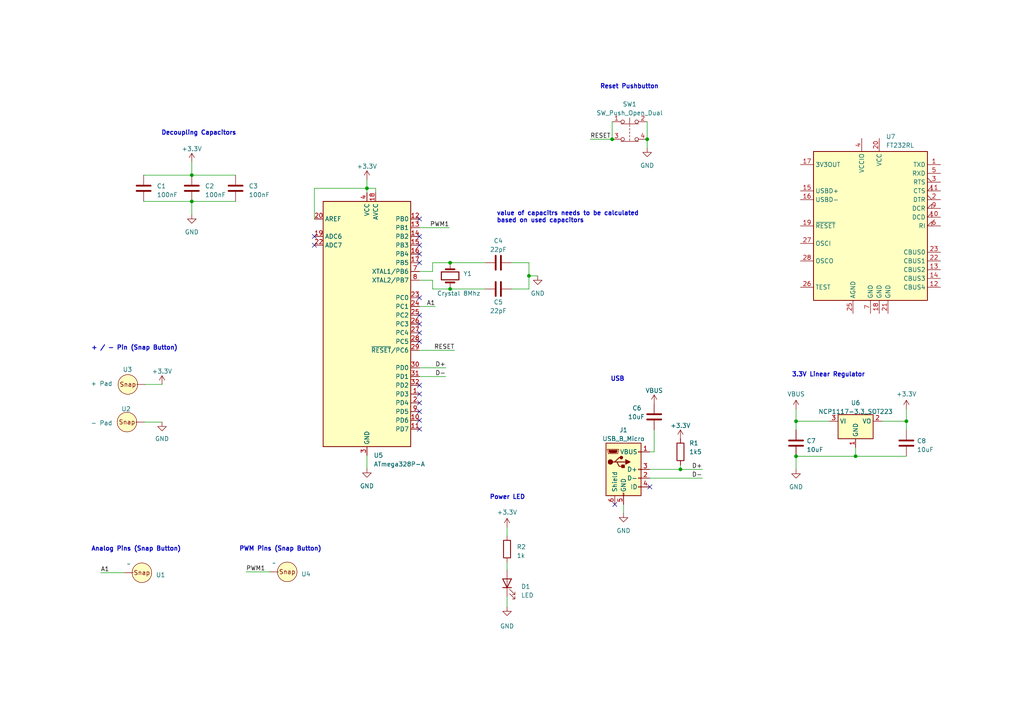
<source format=kicad_sch>
(kicad_sch (version 20230121) (generator eeschema)
  (paper "A4")
  (lib_symbols
    (symbol "1_custom_library:Snap_10mm"
      (property "Reference" "U" (at 0 -3.81 0))
      (symbol "Snap_10mm_1_1"
        (circle (center 3.81 -2.54) (radius 2.8398) (fill (type background)))
        (text "Snap\n" (at 3.81 -2.54 0) (effects (font (size 1.27 1.27))))
        (pin input line (at -1.27 -2.54 0) (length 2.54) (name "") (number ""))
      )
    )
    (symbol "Connector:USB_B_Micro" (pin_names (offset 1.016))
      (property "Reference" "J" (at -5.08 11.43 0))
      (property "Value" "USB_B_Micro" (at -5.08 8.89 0))
      (symbol "USB_B_Micro_0_1"
        (rectangle (start -5.08 -7.62) (end 5.08 7.62) (stroke (width 0.254)) (fill (type background)))
        (circle (center -3.81 2.159) (radius 0.635) (stroke (width 0.254)) (fill (type outline)))
        (circle (center -0.635 3.429) (radius 0.381) (stroke (width 0.254)) (fill (type outline)))
        (rectangle (start -0.127 -7.62) (end 0.127 -6.858))
        (polyline (pts (xy -1.905 2.159) (xy 0.635 2.159)) (stroke (width 0.254)))
        (polyline (pts (xy -3.175 2.159) (xy -2.54 2.159) (xy -1.27 3.429) (xy -0.635 3.429)) (stroke (width 0.254)))
        (polyline (pts (xy -2.54 2.159) (xy -1.905 2.159) (xy -1.27 0.889) (xy 0 0.889)) (stroke (width 0.254)))
        (polyline (pts (xy 0.635 2.794) (xy 0.635 1.524) (xy 1.905 2.159) (xy 0.635 2.794)) (stroke (width 0.254)) (fill (type outline)))
        (polyline (pts (xy -4.318 5.588) (xy -1.778 5.588) (xy -2.032 4.826) (xy -4.064 4.826) (xy -4.318 5.588)) (fill (type outline)))
        (polyline (pts (xy -4.699 5.842) (xy -4.699 5.588) (xy -4.445 4.826) (xy -4.445 4.572) (xy -1.651 4.572) (xy -1.651 4.826) (xy -1.397 5.588) (xy -1.397 5.842) (xy -4.699 5.842)))
        (rectangle (start 0.254 1.27) (end -0.508 0.508) (stroke (width 0.254)) (fill (type outline)))
        (rectangle (start 5.08 -5.207) (end 4.318 -4.953))
        (rectangle (start 5.08 -2.667) (end 4.318 -2.413))
        (rectangle (start 5.08 -0.127) (end 4.318 0.127))
        (rectangle (start 5.08 4.953) (end 4.318 5.207))
      )
      (symbol "USB_B_Micro_1_1"
        (pin power_out line (at 7.62 5.08 180) (length 2.54) (name "VBUS") (number "1"))
        (pin bidirectional line (at 7.62 -2.54 180) (length 2.54) (name "D-") (number "2"))
        (pin bidirectional line (at 7.62 0 180) (length 2.54) (name "D+") (number "3"))
        (pin passive line (at 7.62 -5.08 180) (length 2.54) (name "ID") (number "4"))
        (pin power_out line (at 0 -10.16 90) (length 2.54) (name "GND") (number "5"))
        (pin passive line (at -2.54 -10.16 90) (length 2.54) (name "Shield") (number "6"))
      )
    )
    (symbol "Device:C" (pin_numbers hide) (pin_names (offset 0.254))
      (property "Reference" "C" (at 0.635 2.54 0))
      (property "Value" "C" (at 0.635 -2.54 0))
      (symbol "C_0_1"
        (polyline (pts (xy -2.032 -0.762) (xy 2.032 -0.762)) (stroke (width 0.508)))
        (polyline (pts (xy -2.032 0.762) (xy 2.032 0.762)) (stroke (width 0.508)))
      )
      (symbol "C_1_1"
        (pin passive line (at 0 3.81 270) (length 2.794) (name "~") (number "1"))
        (pin passive line (at 0 -3.81 90) (length 2.794) (name "~") (number "2"))
      )
    )
    (symbol "Device:Crystal" (pin_numbers hide) (pin_names (offset 1.016) hide)
      (property "Reference" "Y" (at 0 3.81 0))
      (property "Value" "Crystal" (at 0 -3.81 0))
      (symbol "Crystal_0_1"
        (rectangle (start -1.143 2.54) (end 1.143 -2.54) (stroke (width 0.3048)))
        (polyline (pts (xy -2.54 0) (xy -1.905 0)))
        (polyline (pts (xy -1.905 -1.27) (xy -1.905 1.27)) (stroke (width 0.508)))
        (polyline (pts (xy 1.905 -1.27) (xy 1.905 1.27)) (stroke (width 0.508)))
        (polyline (pts (xy 2.54 0) (xy 1.905 0)))
      )
      (symbol "Crystal_1_1"
        (pin passive line (at -3.81 0 0) (length 1.27) (name "1") (number "1"))
        (pin passive line (at 3.81 0 180) (length 1.27) (name "2") (number "2"))
      )
    )
    (symbol "Device:LED" (pin_numbers hide) (pin_names (offset 1.016) hide)
      (property "Reference" "D" (at 0 2.54 0))
      (property "Value" "LED" (at 0 -2.54 0))
      (symbol "LED_0_1"
        (polyline (pts (xy -1.27 -1.27) (xy -1.27 1.27)) (stroke (width 0.254)))
        (polyline (pts (xy -1.27 0) (xy 1.27 0)))
        (polyline (pts (xy 1.27 -1.27) (xy 1.27 1.27) (xy -1.27 0) (xy 1.27 -1.27)) (stroke (width 0.254)))
        (polyline (pts (xy -3.048 -0.762) (xy -4.572 -2.286) (xy -3.81 -2.286) (xy -4.572 -2.286) (xy -4.572 -1.524)))
        (polyline (pts (xy -1.778 -0.762) (xy -3.302 -2.286) (xy -2.54 -2.286) (xy -3.302 -2.286) (xy -3.302 -1.524)))
      )
      (symbol "LED_1_1"
        (pin passive line (at -3.81 0 0) (length 2.54) (name "K") (number "1"))
        (pin passive line (at 3.81 0 180) (length 2.54) (name "A") (number "2"))
      )
    )
    (symbol "Device:R" (pin_numbers hide) (pin_names (offset 0))
      (property "Reference" "R" (at 2.032 0 90))
      (property "Value" "R" (at 0 0 90))
      (symbol "R_0_1"
        (rectangle (start -1.016 -2.54) (end 1.016 2.54) (stroke (width 0.254)))
      )
      (symbol "R_1_1"
        (pin passive line (at 0 3.81 270) (length 1.27) (name "~") (number "1"))
        (pin passive line (at 0 -3.81 90) (length 1.27) (name "~") (number "2"))
      )
    )
    (symbol "Interface_USB:FT232RL"
      (property "Reference" "U" (at -16.51 22.86 0))
      (property "Value" "FT232RL" (at 10.16 22.86 0))
      (symbol "FT232RL_0_1"
        (rectangle (start -16.51 21.59) (end 16.51 -21.59) (stroke (width 0.254)) (fill (type background)))
      )
      (symbol "FT232RL_1_1"
        (pin output line (at 20.32 17.78 180) (length 3.81) (name "TXD") (number "1"))
        (pin input input_low (at 20.32 2.54 180) (length 3.81) (name "DCD") (number "10"))
        (pin input input_low (at 20.32 10.16 180) (length 3.81) (name "CTS") (number "11"))
        (pin bidirectional line (at 20.32 -17.78 180) (length 3.81) (name "CBUS4") (number "12"))
        (pin bidirectional line (at 20.32 -12.7 180) (length 3.81) (name "CBUS2") (number "13"))
        (pin bidirectional line (at 20.32 -15.24 180) (length 3.81) (name "CBUS3") (number "14"))
        (pin bidirectional line (at -20.32 10.16 0) (length 3.81) (name "USBD+") (number "15"))
        (pin bidirectional line (at -20.32 7.62 0) (length 3.81) (name "USBD-") (number "16"))
        (pin power_out line (at -20.32 17.78 0) (length 3.81) (name "3V3OUT") (number "17"))
        (pin power_in line (at 2.54 -25.4 90) (length 3.81) (name "GND") (number "18"))
        (pin input line (at -20.32 0 0) (length 3.81) (name "~{RESET}") (number "19"))
        (pin output output_low (at 20.32 7.62 180) (length 3.81) (name "DTR") (number "2"))
        (pin power_in line (at 2.54 25.4 270) (length 3.81) (name "VCC") (number "20"))
        (pin power_in line (at 5.08 -25.4 90) (length 3.81) (name "GND") (number "21"))
        (pin bidirectional line (at 20.32 -10.16 180) (length 3.81) (name "CBUS1") (number "22"))
        (pin bidirectional line (at 20.32 -7.62 180) (length 3.81) (name "CBUS0") (number "23"))
        (pin power_in line (at -5.08 -25.4 90) (length 3.81) (name "AGND") (number "25"))
        (pin input line (at -20.32 -17.78 0) (length 3.81) (name "TEST") (number "26"))
        (pin input line (at -20.32 -5.08 0) (length 3.81) (name "OSCI") (number "27"))
        (pin output line (at -20.32 -10.16 0) (length 3.81) (name "OSCO") (number "28"))
        (pin output output_low (at 20.32 12.7 180) (length 3.81) (name "RTS") (number "3"))
        (pin power_in line (at -2.54 25.4 270) (length 3.81) (name "VCCIO") (number "4"))
        (pin input line (at 20.32 15.24 180) (length 3.81) (name "RXD") (number "5"))
        (pin input input_low (at 20.32 0 180) (length 3.81) (name "RI") (number "6"))
        (pin power_in line (at 0 -25.4 90) (length 3.81) (name "GND") (number "7"))
        (pin input input_low (at 20.32 5.08 180) (length 3.81) (name "DCR") (number "9"))
      )
    )
    (symbol "MCU_Microchip_ATmega:ATmega328P-A"
      (property "Reference" "U" (at -12.7 36.83 0))
      (property "Value" "ATmega328P-A" (at 2.54 -36.83 0))
      (symbol "ATmega328P-A_0_1"
        (rectangle (start -12.7 -35.56) (end 12.7 35.56) (stroke (width 0.254)) (fill (type background)))
      )
      (symbol "ATmega328P-A_1_1"
        (pin bidirectional line (at 15.24 -20.32 180) (length 2.54) (name "PD3") (number "1"))
        (pin bidirectional line (at 15.24 -27.94 180) (length 2.54) (name "PD6") (number "10"))
        (pin bidirectional line (at 15.24 -30.48 180) (length 2.54) (name "PD7") (number "11"))
        (pin bidirectional line (at 15.24 30.48 180) (length 2.54) (name "PB0") (number "12"))
        (pin bidirectional line (at 15.24 27.94 180) (length 2.54) (name "PB1") (number "13"))
        (pin bidirectional line (at 15.24 25.4 180) (length 2.54) (name "PB2") (number "14"))
        (pin bidirectional line (at 15.24 22.86 180) (length 2.54) (name "PB3") (number "15"))
        (pin bidirectional line (at 15.24 20.32 180) (length 2.54) (name "PB4") (number "16"))
        (pin bidirectional line (at 15.24 17.78 180) (length 2.54) (name "PB5") (number "17"))
        (pin power_in line (at 2.54 38.1 270) (length 2.54) (name "AVCC") (number "18"))
        (pin input line (at -15.24 25.4 0) (length 2.54) (name "ADC6") (number "19"))
        (pin bidirectional line (at 15.24 -22.86 180) (length 2.54) (name "PD4") (number "2"))
        (pin passive line (at -15.24 30.48 0) (length 2.54) (name "AREF") (number "20"))
        (pin passive line (at 0 -38.1 90) (length 2.54) hide (name "GND") (number "21"))
        (pin input line (at -15.24 22.86 0) (length 2.54) (name "ADC7") (number "22"))
        (pin bidirectional line (at 15.24 7.62 180) (length 2.54) (name "PC0") (number "23"))
        (pin bidirectional line (at 15.24 5.08 180) (length 2.54) (name "PC1") (number "24"))
        (pin bidirectional line (at 15.24 2.54 180) (length 2.54) (name "PC2") (number "25"))
        (pin bidirectional line (at 15.24 0 180) (length 2.54) (name "PC3") (number "26"))
        (pin bidirectional line (at 15.24 -2.54 180) (length 2.54) (name "PC4") (number "27"))
        (pin bidirectional line (at 15.24 -5.08 180) (length 2.54) (name "PC5") (number "28"))
        (pin bidirectional line (at 15.24 -7.62 180) (length 2.54) (name "~{RESET}/PC6") (number "29"))
        (pin power_in line (at 0 -38.1 90) (length 2.54) (name "GND") (number "3"))
        (pin bidirectional line (at 15.24 -12.7 180) (length 2.54) (name "PD0") (number "30"))
        (pin bidirectional line (at 15.24 -15.24 180) (length 2.54) (name "PD1") (number "31"))
        (pin bidirectional line (at 15.24 -17.78 180) (length 2.54) (name "PD2") (number "32"))
        (pin power_in line (at 0 38.1 270) (length 2.54) (name "VCC") (number "4"))
        (pin passive line (at 0 -38.1 90) (length 2.54) hide (name "GND") (number "5"))
        (pin passive line (at 0 38.1 270) (length 2.54) hide (name "VCC") (number "6"))
        (pin bidirectional line (at 15.24 15.24 180) (length 2.54) (name "XTAL1/PB6") (number "7"))
        (pin bidirectional line (at 15.24 12.7 180) (length 2.54) (name "XTAL2/PB7") (number "8"))
        (pin bidirectional line (at 15.24 -25.4 180) (length 2.54) (name "PD5") (number "9"))
      )
    )
    (symbol "Regulator_Linear:NCP1117-3.3_SOT223"
      (property "Reference" "U" (at -3.81 3.175 0))
      (property "Value" "NCP1117-3.3_SOT223" (at 0 3.175 0))
      (symbol "NCP1117-3.3_SOT223_0_1"
        (rectangle (start -5.08 -5.08) (end 5.08 1.905) (stroke (width 0.254)) (fill (type background)))
      )
      (symbol "NCP1117-3.3_SOT223_1_1"
        (pin power_in line (at 0 -7.62 90) (length 2.54) (name "GND") (number "1"))
        (pin power_out line (at 7.62 0 180) (length 2.54) (name "VO") (number "2"))
        (pin power_in line (at -7.62 0 0) (length 2.54) (name "VI") (number "3"))
      )
    )
    (symbol "Switch:SW_Push_Open_Dual" (pin_names (offset 1.016) hide)
      (property "Reference" "SW" (at 1.27 2.54 0))
      (property "Value" "SW_Push_Open_Dual" (at 0 -6.985 0))
      (symbol "SW_Push_Open_Dual_0_1"
        (circle (center -2.032 -5.08) (radius 0.508))
        (circle (center -2.032 0) (radius 0.508))
        (polyline (pts (xy 0 -4.953) (xy 0 -5.461)))
        (polyline (pts (xy 0 -3.937) (xy 0 -4.445)))
        (polyline (pts (xy 0 -3.429) (xy 0 -2.921)))
        (polyline (pts (xy 0 -2.413) (xy 0 -1.905)))
        (polyline (pts (xy 0 -1.397) (xy 0 -0.889)))
        (polyline (pts (xy 0 -0.635) (xy 0 1.143)))
        (polyline (pts (xy 2.54 -5.715) (xy -2.54 -5.715)))
        (polyline (pts (xy 2.54 -0.635) (xy -2.54 -0.635)))
        (circle (center 2.032 -5.08) (radius 0.508))
        (circle (center 2.032 0) (radius 0.508))
        (pin passive line (at -5.08 0 0) (length 2.54) (name "1") (number "1"))
        (pin passive line (at 5.08 0 180) (length 2.54) (name "2") (number "2"))
        (pin passive line (at -5.08 -5.08 0) (length 2.54) (name "3") (number "3"))
        (pin passive line (at 5.08 -5.08 180) (length 2.54) (name "4") (number "4"))
      )
    )
    (symbol "power:+3.3V" (power) (pin_names (offset 0))
      (property "Value" "+3.3V" (at 0 3.556 0))
      (symbol "+3.3V_0_1"
        (polyline (pts (xy -0.762 1.27) (xy 0 2.54)))
        (polyline (pts (xy 0 0) (xy 0 2.54)))
        (polyline (pts (xy 0 2.54) (xy 0.762 1.27)))
      )
      (symbol "+3.3V_1_1"
        (pin power_in line (at 0 0 90) (length 0) hide (name "+3.3V") (number "1"))
      )
    )
    (symbol "power:GND" (power) (pin_names (offset 0))
      (property "Value" "GND" (at 0 -3.81 0))
      (symbol "GND_0_1"
        (polyline (pts (xy 0 0) (xy 0 -1.27) (xy 1.27 -1.27) (xy 0 -2.54) (xy -1.27 -1.27) (xy 0 -1.27)))
      )
      (symbol "GND_1_1"
        (pin power_in line (at 0 0 270) (length 0) hide (name "GND") (number "1"))
      )
    )
    (symbol "power:VBUS" (power) (pin_names (offset 0))
      (property "Value" "VBUS" (at 0 3.81 0))
      (symbol "VBUS_0_1"
        (polyline (pts (xy -0.762 1.27) (xy 0 2.54)))
        (polyline (pts (xy 0 0) (xy 0 2.54)))
        (polyline (pts (xy 0 2.54) (xy 0.762 1.27)))
      )
      (symbol "VBUS_1_1"
        (pin power_in line (at 0 0 90) (length 0) hide (name "VBUS") (number "1"))
      )
    )
  )
  (junction (at 106.426 54.61))
  (junction (at 153.416 80.01))
  (junction (at 130.556 76.2))
  (junction (at 230.886 132.334))
  (junction (at 197.358 136.144))
  (junction (at 55.626 50.8))
  (junction (at 230.886 122.174))
  (junction (at 248.158 132.334))
  (junction (at 262.89 122.174))
  (junction (at 177.546 40.386))
  (junction (at 187.706 40.386))
  (junction (at 130.556 83.82))
  (junction (at 55.626 58.42))
  (no_connect (at 188.468 141.224))
  (no_connect (at 91.186 71.12))
  (no_connect (at 121.666 116.84))
  (no_connect (at 121.666 121.92))
  (no_connect (at 121.666 114.3))
  (no_connect (at 121.666 111.76))
  (no_connect (at 121.666 99.06))
  (no_connect (at 91.186 68.58))
  (no_connect (at 121.666 93.98))
  (no_connect (at 121.666 63.5))
  (no_connect (at 121.666 124.46))
  (no_connect (at 121.666 96.52))
  (no_connect (at 121.666 91.44))
  (no_connect (at 121.666 73.66))
  (no_connect (at 121.666 68.58))
  (no_connect (at 121.666 76.2))
  (no_connect (at 121.666 119.38))
  (no_connect (at 121.666 71.12))
  (no_connect (at 121.666 86.36))
  (no_connect (at 178.308 146.304))
  (wire (pts (xy 230.886 122.174) (xy 230.886 124.714)))
  (wire (pts (xy 153.416 76.2) (xy 153.416 80.01)))
  (wire (pts (xy 55.626 58.42) (xy 55.626 62.23)))
  (wire (pts (xy 106.426 132.08) (xy 106.426 135.89)))
  (wire (pts (xy 230.886 132.334) (xy 248.158 132.334)))
  (wire (pts (xy 187.706 40.386) (xy 187.706 42.926)))
  (wire (pts (xy 91.186 54.61) (xy 106.426 54.61)))
  (wire (pts (xy 262.89 118.618) (xy 262.89 122.174)))
  (wire (pts (xy 125.476 81.28) (xy 125.476 83.82)))
  (wire (pts (xy 180.848 146.304) (xy 180.848 148.844)))
  (wire (pts (xy 29.21 166.116) (xy 36.068 166.116)))
  (wire (pts (xy 148.336 83.82) (xy 153.416 83.82)))
  (wire (pts (xy 125.476 78.74) (xy 125.476 76.2)))
  (wire (pts (xy 121.666 109.22) (xy 129.286 109.22)))
  (wire (pts (xy 148.336 76.2) (xy 153.416 76.2)))
  (wire (pts (xy 42.164 111.506) (xy 46.99 111.506)))
  (wire (pts (xy 171.196 40.386) (xy 177.546 40.386)))
  (wire (pts (xy 240.538 122.174) (xy 230.886 122.174)))
  (wire (pts (xy 121.666 66.04) (xy 130.302 66.04)))
  (wire (pts (xy 55.626 46.99) (xy 55.626 50.8)))
  (wire (pts (xy 230.886 132.334) (xy 230.886 136.144)))
  (wire (pts (xy 41.656 58.42) (xy 55.626 58.42)))
  (wire (pts (xy 91.186 63.5) (xy 91.186 54.61)))
  (wire (pts (xy 125.476 76.2) (xy 130.556 76.2)))
  (wire (pts (xy 71.374 165.862) (xy 78.232 165.862)))
  (wire (pts (xy 248.158 129.794) (xy 248.158 132.334)))
  (wire (pts (xy 255.778 122.174) (xy 262.89 122.174)))
  (wire (pts (xy 41.91 122.428) (xy 46.99 122.428)))
  (wire (pts (xy 188.468 138.684) (xy 203.708 138.684)))
  (wire (pts (xy 121.666 101.6) (xy 131.826 101.6)))
  (wire (pts (xy 121.666 88.9) (xy 126.238 88.9)))
  (wire (pts (xy 130.556 83.82) (xy 140.716 83.82)))
  (wire (pts (xy 147.066 172.974) (xy 147.066 176.022)))
  (wire (pts (xy 187.706 35.306) (xy 187.706 40.386)))
  (wire (pts (xy 108.966 54.61) (xy 106.426 54.61)))
  (wire (pts (xy 230.886 118.618) (xy 230.886 122.174)))
  (wire (pts (xy 106.426 54.61) (xy 106.426 55.88)))
  (wire (pts (xy 106.426 52.07) (xy 106.426 54.61)))
  (wire (pts (xy 262.89 132.334) (xy 248.158 132.334)))
  (wire (pts (xy 121.666 106.68) (xy 129.286 106.68)))
  (wire (pts (xy 41.656 50.8) (xy 55.626 50.8)))
  (wire (pts (xy 147.066 152.908) (xy 147.066 155.448)))
  (wire (pts (xy 121.666 81.28) (xy 125.476 81.28)))
  (wire (pts (xy 188.468 136.144) (xy 197.358 136.144)))
  (wire (pts (xy 55.626 58.42) (xy 68.326 58.42)))
  (wire (pts (xy 130.556 76.2) (xy 140.716 76.2)))
  (wire (pts (xy 55.626 50.8) (xy 68.326 50.8)))
  (wire (pts (xy 121.666 78.74) (xy 125.476 78.74)))
  (wire (pts (xy 108.966 55.88) (xy 108.966 54.61)))
  (wire (pts (xy 147.066 163.068) (xy 147.066 165.354)))
  (wire (pts (xy 189.738 131.064) (xy 188.468 131.064)))
  (wire (pts (xy 153.416 80.01) (xy 155.956 80.01)))
  (wire (pts (xy 177.546 35.306) (xy 177.546 40.386)))
  (wire (pts (xy 153.416 83.82) (xy 153.416 80.01)))
  (wire (pts (xy 197.358 136.144) (xy 203.708 136.144)))
  (wire (pts (xy 197.358 134.874) (xy 197.358 136.144)))
  (wire (pts (xy 189.738 124.714) (xy 189.738 131.064)))
  (wire (pts (xy 262.89 122.174) (xy 262.89 124.714)))
  (wire (pts (xy 125.476 83.82) (xy 130.556 83.82)))
  (text "3.3V Linear Regulator " (at 229.616 109.474 0) (effects (font (size 1.27 1.27) (thickness 0.254) bold) (justify left bottom)))
  (text "Reset Pushbutton\n" (at 173.99 25.908 0) (effects (font (size 1.27 1.27) (thickness 0.254) bold) (justify left bottom)))
  (text "Analog Pins (Snap Button)\n" (at 26.416 160.02 0) (effects (font (size 1.27 1.27) (thickness 0.254) bold) (justify left bottom)))
  (text "value of capacitrs needs to be calculated\nbased on used capacitors\n\n" (at 144.018 66.802 0) (effects (font (size 1.27 1.27) bold) (justify left bottom)))
  (text "PWM Pins (Snap Button)\n\n" (at 69.342 162.052 0) (effects (font (size 1.27 1.27) (thickness 0.254) bold) (justify left bottom)))
  (text "Decoupling Capacitors\n" (at 46.736 39.37 0) (effects (font (size 1.27 1.27) (thickness 0.254) bold) (justify left bottom)))
  (text "+ / - Pin (Snap Button)" (at 26.416 101.727 0) (effects (font (size 1.27 1.27) bold) (justify left bottom)))
  (text "USB\n" (at 177.038 110.744 0) (effects (font (size 1.27 1.27) (thickness 0.254) bold) (justify left bottom)))
  (text "Power LED\n" (at 141.986 145.034 0) (effects (font (size 1.27 1.27) (thickness 0.254) bold) (justify left bottom)))
  (label "A1" (at 126.238 88.9 180))
  (label "PWM1" (at 130.302 66.04 180))
  (label "D-" (at 129.286 109.22 180))
  (label "RESET" (at 171.196 40.386 0))
  (label "PWM1" (at 71.374 165.862 0))
  (label "D+" (at 129.286 106.68 180))
  (label "RESET" (at 131.826 101.6 180))
  (label "D-" (at 203.708 138.684 180))
  (label "A1" (at 29.21 166.116 0))
  (label "D+" (at 203.708 136.144 180))
  (symbol (lib_id "Device:C") (at 55.626 54.61 0) (unit 1)
    (property "Reference" "C2" (at 59.436 53.975 0) (effects (justify left)))
    (property "Value" "100nF" (at 59.436 56.515 0) (effects (justify left)))
  )
  (symbol (lib_id "Device:C") (at 144.526 76.2 90) (unit 1)
    (property "Reference" "C4" (at 144.526 69.85 90))
    (property "Value" "22pF" (at 144.526 72.39 90))
  )
  (symbol (lib_id "power:+3.3V") (at 197.358 127.254 0) (unit 1)
    (property "Reference" "#PWR010" (effects hide))
    (property "Value" "+3.3V" (at 197.358 123.444 0))
  )
  (symbol (lib_id "power:GND") (at 155.956 80.01 0) (unit 1)
    (property "Reference" "#PWR07" (effects hide))
    (property "Value" "GND" (at 155.956 85.09 0))
  )
  (symbol (lib_id "1_custom_library:Snap_10mm") (at 37.338 163.576 0) (unit 1)
    (property "Reference" "U1" (at 45.212 166.751 0) (effects (justify left)))
    (property "Value" "~" (at 37.338 163.576 0))
  )
  (symbol (lib_id "power:VBUS") (at 189.738 117.094 0) (unit 1)
    (property "Reference" "#PWR09" (effects hide))
    (property "Value" "VBUS" (at 189.738 113.284 0))
  )
  (symbol (lib_id "Device:C") (at 189.738 120.904 0) (unit 1)
    (property "Reference" "C6" (at 183.388 118.364 0) (effects (justify left)))
    (property "Value" "10uF" (at 182.118 120.904 0) (effects (justify left)))
  )
  (symbol (lib_id "Device:C") (at 144.526 83.82 90) (unit 1)
    (property "Reference" "C5" (at 144.526 87.63 90))
    (property "Value" "22pF" (at 144.526 90.17 90))
  )
  (symbol (lib_id "power:GND") (at 187.706 42.926 0) (unit 1)
    (property "Reference" "#PWR011" (effects hide))
    (property "Value" "GND" (at 187.706 48.006 0))
  )
  (symbol (lib_id "power:GND") (at 147.066 176.022 0) (unit 1)
    (property "Reference" "#PWR016" (effects hide))
    (property "Value" "GND" (at 147.066 181.61 0))
  )
  (symbol (lib_id "1_custom_library:Snap_10mm") (at 79.502 163.322 0) (unit 1)
    (property "Reference" "U4" (at 87.376 166.497 0) (effects (justify left)))
    (property "Value" "~" (at 79.502 163.322 0))
  )
  (symbol (lib_id "power:GND") (at 180.848 148.844 0) (unit 1)
    (property "Reference" "#PWR08" (effects hide))
    (property "Value" "GND" (at 180.848 153.924 0))
  )
  (symbol (lib_id "Device:C") (at 230.886 128.524 0) (unit 1)
    (property "Reference" "C7" (at 233.934 127.889 0) (effects (justify left)))
    (property "Value" "10uF" (at 233.934 130.429 0) (effects (justify left)))
  )
  (symbol (lib_id "Interface_USB:FT232RL") (at 252.476 65.532 0) (unit 1)
    (property "Reference" "U7" (at 256.9719 39.624 0) (effects (justify left)))
    (property "Value" "FT232RL" (at 256.9719 42.164 0) (effects (justify left)))
    (property "Footprint" "Package_SO:SSOP-28_5.3x10.2mm_P0.65mm" (effects hide))
    (property "Datasheet" "https://www.ftdichip.com/Support/Documents/DataSheets/ICs/DS_FT232R.pdf" (effects hide))
  )
  (symbol (lib_id "Device:Crystal") (at 130.556 80.01 90) (unit 1)
    (property "Reference" "Y1" (at 134.366 79.375 90) (effects (justify right)))
    (property "Value" "Crystal 8Mhz" (at 126.746 85.09 90) (effects (justify right)))
  )
  (symbol (lib_id "Connector:USB_B_Micro") (at 180.848 136.144 0) (unit 1)
    (property "Reference" "J1" (at 180.848 124.714 0))
    (property "Value" "USB_B_Micro" (at 180.848 127.254 0))
  )
  (symbol (lib_id "power:+3.3V") (at 46.99 111.506 0) (unit 1)
    (property "Reference" "#PWR01" (effects hide))
    (property "Value" "+3.3V" (at 46.99 107.696 0))
  )
  (symbol (lib_id "power:GND") (at 106.426 135.89 0) (unit 1)
    (property "Reference" "#PWR06" (effects hide))
    (property "Value" "GND" (at 106.426 140.97 0))
  )
  (symbol (lib_id "power:+3.3V") (at 147.066 152.908 0) (unit 1)
    (property "Reference" "#PWR015" (effects hide))
    (property "Value" "+3.3V" (at 147.066 148.59 0))
  )
  (symbol (lib_id "1_custom_library:Snap_10mm") (at 40.64 119.888 0) (mirror y) (unit 1)
    (property "Reference" "U2" (at 36.576 118.618 0))
    (property "Value" "- Pad" (at 29.464 122.682 0))
  )
  (symbol (lib_id "power:+3.3V") (at 262.89 118.618 0) (unit 1)
    (property "Reference" "#PWR014" (effects hide))
    (property "Value" "+3.3V" (at 262.89 114.3 0))
  )
  (symbol (lib_id "Device:C") (at 41.656 54.61 0) (unit 1)
    (property "Reference" "C1" (at 45.466 53.975 0) (effects (justify left)))
    (property "Value" "100nF" (at 45.466 56.515 0) (effects (justify left)))
  )
  (symbol (lib_id "Device:R") (at 197.358 131.064 0) (unit 1)
    (property "Reference" "R1" (at 199.898 128.524 0) (effects (justify left)))
    (property "Value" "1k5" (at 199.898 131.064 0) (effects (justify left)))
  )
  (symbol (lib_id "Device:LED") (at 147.066 169.164 90) (unit 1)
    (property "Reference" "D1" (at 151.13 170.1165 90) (effects (justify right)))
    (property "Value" "LED" (at 151.13 172.6565 90) (effects (justify right)))
  )
  (symbol (lib_id "power:GND") (at 230.886 136.144 0) (unit 1)
    (property "Reference" "#PWR013" (effects hide))
    (property "Value" "GND" (at 230.886 141.224 0))
  )
  (symbol (lib_id "Regulator_Linear:NCP1117-3.3_SOT223") (at 248.158 122.174 0) (unit 1)
    (property "Reference" "U6" (at 248.158 116.84 0))
    (property "Value" "NCP1117-3.3_SOT223" (at 248.158 119.38 0))
    (property "Footprint" "Package_TO_SOT_SMD:SOT-223-3_TabPin2" (effects hide))
    (property "Datasheet" "http://www.onsemi.com/pub_link/Collateral/NCP1117-D.PDF" (effects hide))
  )
  (symbol (lib_id "Switch:SW_Push_Open_Dual") (at 182.626 35.306 0) (unit 1)
    (property "Reference" "SW1" (at 182.626 30.226 0))
    (property "Value" "SW_Push_Open_Dual" (at 182.626 32.766 0))
  )
  (symbol (lib_id "power:GND") (at 46.99 122.428 0) (unit 1)
    (property "Reference" "#PWR02" (effects hide))
    (property "Value" "GND" (at 46.99 127.254 0))
  )
  (symbol (lib_id "power:+3.3V") (at 55.626 46.99 0) (unit 1)
    (property "Reference" "#PWR03" (effects hide))
    (property "Value" "+3.3V" (at 55.626 43.18 0))
  )
  (symbol (lib_id "MCU_Microchip_ATmega:ATmega328P-A") (at 106.426 93.98 0) (unit 1)
    (property "Reference" "U5" (at 108.3819 132.08 0) (effects (justify left)))
    (property "Value" "ATmega328P-A" (at 108.3819 134.62 0) (effects (justify left)))
    (property "Footprint" "Package_QFP:TQFP-32_7x7mm_P0.8mm" (effects hide))
    (property "Datasheet" "http://ww1.microchip.com/downloads/en/DeviceDoc/ATmega328_P%20AVR%20MCU%20with%20picoPower%20Technology%20Data%20Sheet%2040001984A.pdf" (effects hide))
  )
  (symbol (lib_id "power:VBUS") (at 230.886 118.618 0) (unit 1)
    (property "Reference" "#PWR012" (effects hide))
    (property "Value" "VBUS" (at 230.886 114.3 0))
  )
  (symbol (lib_id "1_custom_library:Snap_10mm") (at 40.894 108.966 0) (mirror y) (unit 1)
    (property "Reference" "U3" (at 38.354 107.188 0) (effects (justify left)))
    (property "Value" "+ Pad" (at 29.464 111.252 0))
  )
  (symbol (lib_id "power:GND") (at 55.626 62.23 0) (unit 1)
    (property "Reference" "#PWR04" (effects hide))
    (property "Value" "GND" (at 55.626 67.31 0))
  )
  (symbol (lib_id "power:+3.3V") (at 106.426 52.07 0) (unit 1)
    (property "Reference" "#PWR05" (effects hide))
    (property "Value" "+3.3V" (at 106.426 48.26 0))
  )
  (symbol (lib_id "Device:C") (at 68.326 54.61 0) (unit 1)
    (property "Reference" "C3" (at 72.136 53.975 0) (effects (justify left)))
    (property "Value" "100nF" (at 72.136 56.515 0) (effects (justify left)))
  )
  (symbol (lib_id "Device:C") (at 262.89 128.524 0) (unit 1)
    (property "Reference" "C8" (at 265.938 127.889 0) (effects (justify left)))
    (property "Value" "10uF" (at 265.938 130.429 0) (effects (justify left)))
  )
  (symbol (lib_id "Device:R") (at 147.066 159.258 0) (unit 1)
    (property "Reference" "R2" (at 149.86 158.623 0) (effects (justify left)))
    (property "Value" "1k" (at 149.86 161.163 0) (effects (justify left)))
  )
)
</source>
